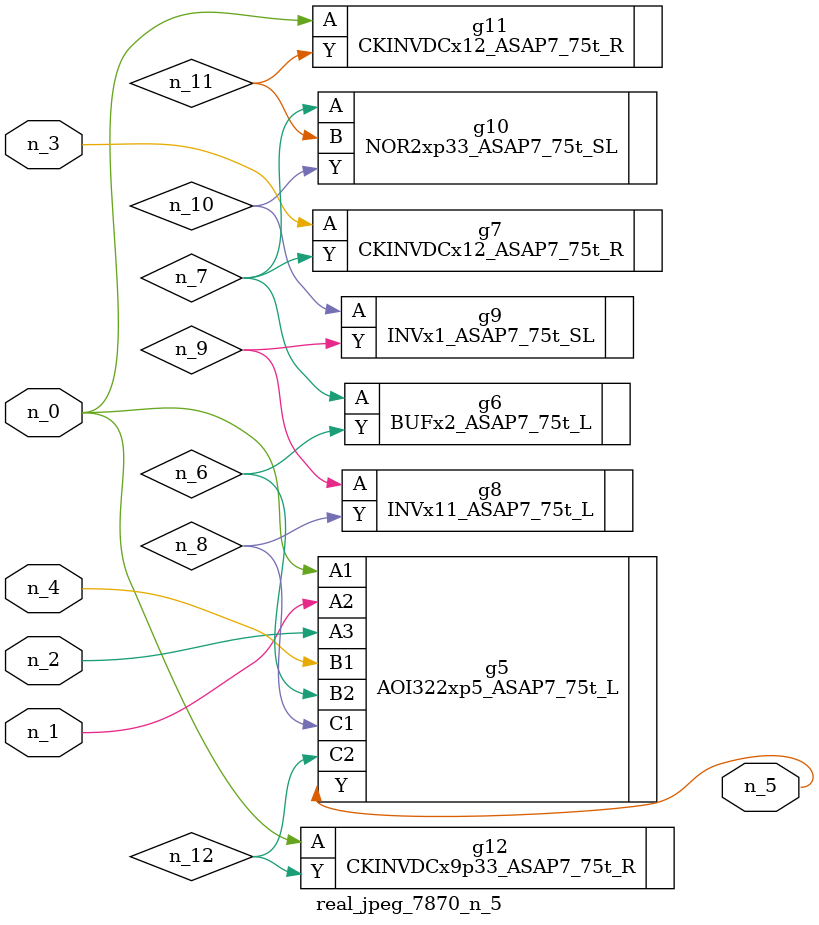
<source format=v>
module real_jpeg_7870_n_5 (n_4, n_0, n_1, n_2, n_3, n_5);

input n_4;
input n_0;
input n_1;
input n_2;
input n_3;

output n_5;

wire n_12;
wire n_8;
wire n_11;
wire n_6;
wire n_7;
wire n_10;
wire n_9;

AOI322xp5_ASAP7_75t_L g5 ( 
.A1(n_0),
.A2(n_1),
.A3(n_2),
.B1(n_4),
.B2(n_6),
.C1(n_8),
.C2(n_12),
.Y(n_5)
);

CKINVDCx12_ASAP7_75t_R g11 ( 
.A(n_0),
.Y(n_11)
);

CKINVDCx9p33_ASAP7_75t_R g12 ( 
.A(n_0),
.Y(n_12)
);

CKINVDCx12_ASAP7_75t_R g7 ( 
.A(n_3),
.Y(n_7)
);

BUFx2_ASAP7_75t_L g6 ( 
.A(n_7),
.Y(n_6)
);

NOR2xp33_ASAP7_75t_SL g10 ( 
.A(n_7),
.B(n_11),
.Y(n_10)
);

INVx11_ASAP7_75t_L g8 ( 
.A(n_9),
.Y(n_8)
);

INVx1_ASAP7_75t_SL g9 ( 
.A(n_10),
.Y(n_9)
);


endmodule
</source>
